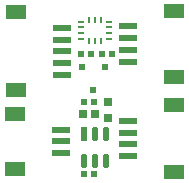
<source format=gbr>
%TF.GenerationSoftware,Altium Limited,Altium Designer,25.8.1 (18)*%
G04 Layer_Color=128*
%FSLAX45Y45*%
%MOMM*%
%TF.SameCoordinates,FA375CC0-2FD2-4ECC-8A36-5D8544C57DAF*%
%TF.FilePolarity,Positive*%
%TF.FileFunction,Paste,Bot*%
%TF.Part,Single*%
G01*
G75*
%TA.AperFunction,SMDPad,CuDef*%
G04:AMPARAMS|DCode=10|XSize=0.76mm|YSize=0.6604mm|CornerRadius=0.08255mm|HoleSize=0mm|Usage=FLASHONLY|Rotation=180.000|XOffset=0mm|YOffset=0mm|HoleType=Round|Shape=RoundedRectangle|*
%AMROUNDEDRECTD10*
21,1,0.76000,0.49530,0,0,180.0*
21,1,0.59490,0.66040,0,0,180.0*
1,1,0.16510,-0.29745,0.24765*
1,1,0.16510,0.29745,0.24765*
1,1,0.16510,0.29745,-0.24765*
1,1,0.16510,-0.29745,-0.24765*
%
%ADD10ROUNDEDRECTD10*%
%ADD12R,1.55000X0.60000*%
G04:AMPARAMS|DCode=15|XSize=0.55mm|YSize=0.5mm|CornerRadius=0.0625mm|HoleSize=0mm|Usage=FLASHONLY|Rotation=90.000|XOffset=0mm|YOffset=0mm|HoleType=Round|Shape=RoundedRectangle|*
%AMROUNDEDRECTD15*
21,1,0.55000,0.37500,0,0,90.0*
21,1,0.42500,0.50000,0,0,90.0*
1,1,0.12500,0.18750,0.21250*
1,1,0.12500,0.18750,-0.21250*
1,1,0.12500,-0.18750,-0.21250*
1,1,0.12500,-0.18750,0.21250*
%
%ADD15ROUNDEDRECTD15*%
%ADD18R,0.65000X0.65000*%
%ADD20R,1.80000X1.20000*%
G04:AMPARAMS|DCode=24|XSize=1.23971mm|YSize=0.52583mm|CornerRadius=0.26292mm|HoleSize=0mm|Usage=FLASHONLY|Rotation=270.000|XOffset=0mm|YOffset=0mm|HoleType=Round|Shape=RoundedRectangle|*
%AMROUNDEDRECTD24*
21,1,1.23971,0.00000,0,0,270.0*
21,1,0.71388,0.52583,0,0,270.0*
1,1,0.52583,0.00000,-0.35694*
1,1,0.52583,0.00000,0.35694*
1,1,0.52583,0.00000,0.35694*
1,1,0.52583,0.00000,-0.35694*
%
%ADD24ROUNDEDRECTD24*%
%ADD25R,0.25000X0.47500*%
%ADD27R,0.47500X0.25000*%
%ADD28R,0.52583X1.23971*%
%ADD49R,0.50000X0.60000*%
D10*
X3086100Y2711300D02*
D03*
Y2851300D02*
D03*
D12*
X3251200Y3190100D02*
D03*
Y2589200D02*
D03*
Y2389200D02*
D03*
X2692400Y3476600D02*
D03*
X2683400Y2614600D02*
D03*
X3251200Y3490100D02*
D03*
Y3390100D02*
D03*
Y3290100D02*
D03*
X2683400Y2414600D02*
D03*
X2692400Y3176600D02*
D03*
Y3076600D02*
D03*
X2683400Y2514600D02*
D03*
X2692400Y3276600D02*
D03*
Y3376600D02*
D03*
X3251200Y2689200D02*
D03*
Y2489200D02*
D03*
D15*
X2940600Y3251200D02*
D03*
X2850600D02*
D03*
X3028400D02*
D03*
X2966000Y2844800D02*
D03*
X3118400Y3251200D02*
D03*
X2966000Y2235200D02*
D03*
X2876000D02*
D03*
Y2844800D02*
D03*
D18*
X2971000Y2743200D02*
D03*
X2871000D02*
D03*
D20*
X3638700Y3060100D02*
D03*
Y3620100D02*
D03*
X2304900Y3606600D02*
D03*
Y2946600D02*
D03*
X3638700Y2259200D02*
D03*
Y2819200D02*
D03*
X2295900Y2284600D02*
D03*
Y2744600D02*
D03*
D24*
X3066800Y2347250D02*
D03*
Y2580350D02*
D03*
X2971800D02*
D03*
Y2347250D02*
D03*
X2876800D02*
D03*
D25*
X2971800Y3363150D02*
D03*
X3021800D02*
D03*
X2971800Y3545650D02*
D03*
X2921800D02*
D03*
X3021800D02*
D03*
X2921800Y3363150D02*
D03*
D27*
X2855550Y3379400D02*
D03*
X3088050Y3529400D02*
D03*
X2855550Y3429400D02*
D03*
Y3479400D02*
D03*
Y3529400D02*
D03*
X3088050Y3479400D02*
D03*
Y3429400D02*
D03*
Y3379400D02*
D03*
D28*
X2876800Y2580350D02*
D03*
D49*
X2864100Y3148000D02*
D03*
X3054100D02*
D03*
X2959100Y2948000D02*
D03*
%TF.MD5,f25e8ebb2ac4b8ce20855fa3bef7eeec*%
M02*

</source>
